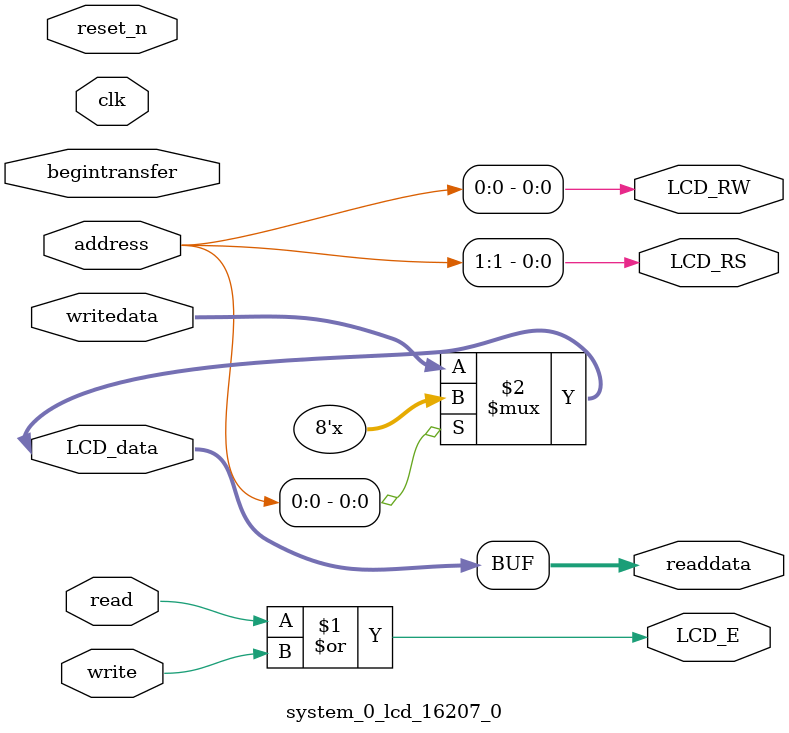
<source format=v>

`timescale 1ns / 1ps
// synthesis translate_on

// turn off superfluous verilog processor warnings 
// altera message_level Level1 
// altera message_off 10034 10035 10036 10037 10230 10240 10030 

module system_0_lcd_16207_0 (
                              // inputs:
                               address,
                               begintransfer,
                               clk,
                               read,
                               reset_n,
                               write,
                               writedata,

                              // outputs:
                               LCD_E,
                               LCD_RS,
                               LCD_RW,
                               LCD_data,
                               readdata
                            )
;

  output           LCD_E;
  output           LCD_RS;
  output           LCD_RW;
  inout   [  7: 0] LCD_data;
  output  [  7: 0] readdata;
  input   [  1: 0] address;
  input            begintransfer;
  input            clk;
  input            read;
  input            reset_n;
  input            write;
  input   [  7: 0] writedata;

  wire             LCD_E;
  wire             LCD_RS;
  wire             LCD_RW;
  wire    [  7: 0] LCD_data;
  wire    [  7: 0] readdata;
  assign LCD_RW = address[0];
  assign LCD_RS = address[1];
  assign LCD_E = read | write;
  assign LCD_data = (address[0]) ? {8{1'bz}} : writedata;
  assign readdata = LCD_data;
  //control_slave, which is an e_avalon_slave

endmodule


</source>
